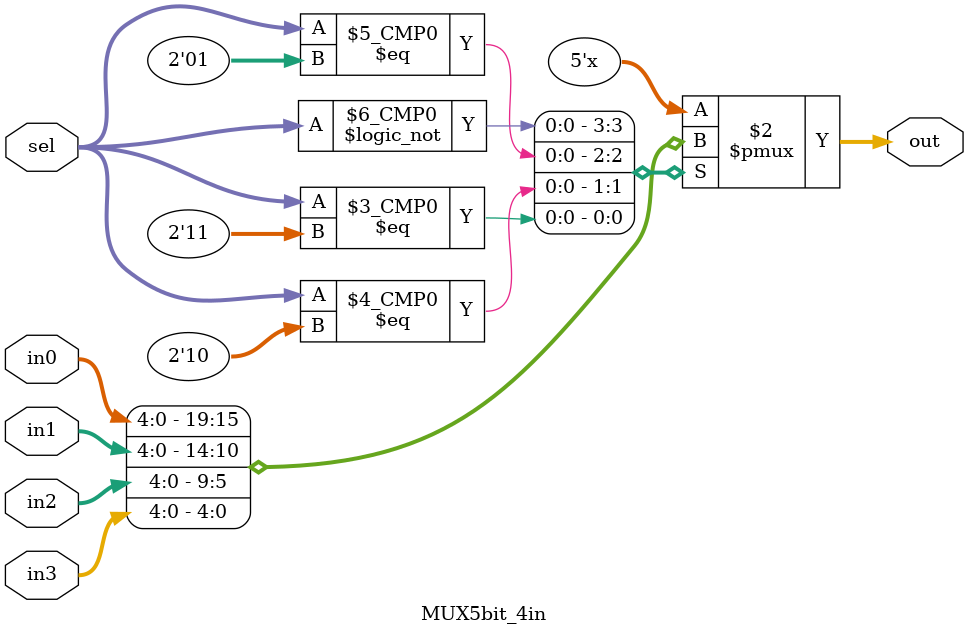
<source format=v>
module MUX5bit_4in
(
    input [1:0] sel,
    input [4:0] in0,
    input [4:0] in1,
    input [4:0] in2,
    input [4:0] in3,
    output reg [4:0] out
);

always @(*) begin
    case(sel)
        2'b00: out <= in0;
        2'b01: out <= in1;
        2'b10: out <= in2;
        2'b11: out <= in3;
        default:out <= 0;
    endcase
end

endmodule
</source>
